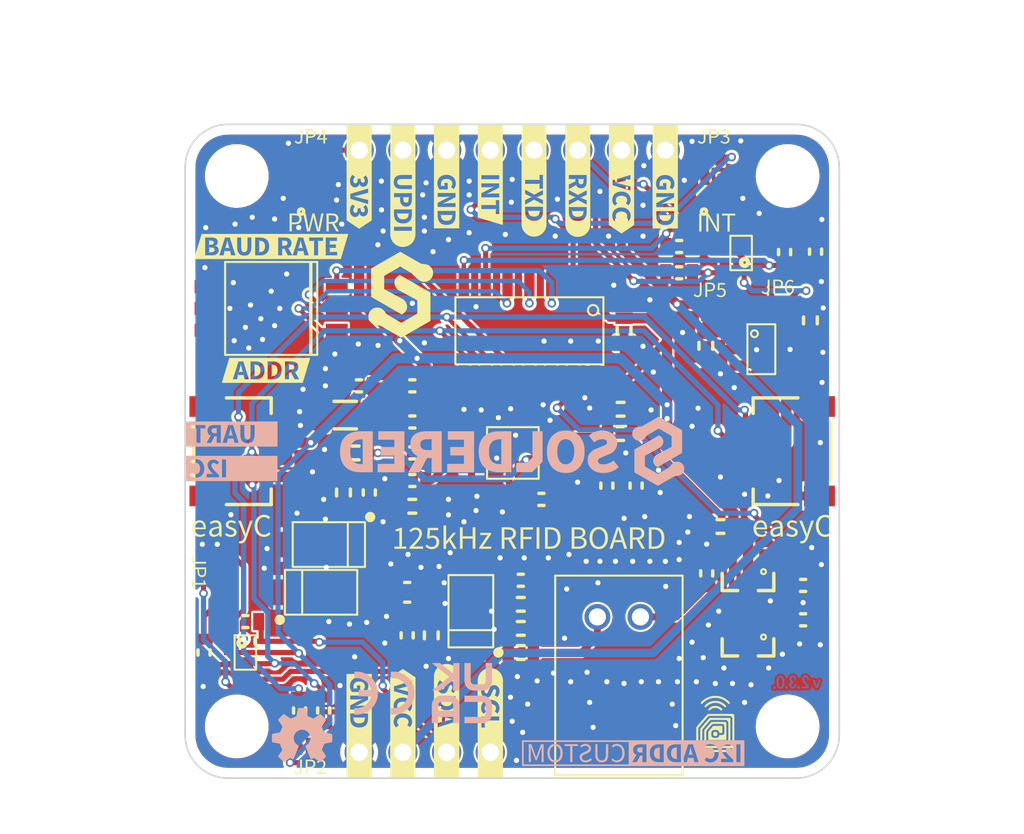
<source format=kicad_pcb>
(kicad_pcb (version 20211014) (generator pcbnew)
  (title_block (title "125kHz RFID I2C board with easyC") (date "2024-10-03") (rev "V2.3.1.") (company "Soldered") (comment 1 "333273"))
  (layers (0 "F.Cu" signal) (31 "B.Cu" signal) (34 "B.Paste" user) (35 "F.Paste" user) (36 "B.SilkS" user "B.Silkscreen") (37 "F.SilkS" user "F.Silkscreen") (38 "B.Mask" user) (39 "F.Mask" user) (44 "Edge.Cuts" user))
  (net 0 "")
  (net 1 "5V")
  (net 2 "GND")
  (net 3 "Net-(C3-Pad2)")
  (net 4 "Net-(C6-Pad2)")
  (net 5 "Net-(C7-Pad2)")
  (net 6 "Net-(C9-Pad2)")
  (net 7 "OUT1")
  (net 8 "3V3")
  (net 9 "Net-(D1-Pad1)")
  (net 10 "Net-(D4-Pad1)")
  (net 11 "Net-(D5-Pad1)")
  (net 12 "SCL_PULL5")
  (net 13 "SDA_PULL5")
  (net 14 "SCL_PULL3,3")
  (net 15 "SDA_PULL3,3")
  (net 16 "Net-(JP3-Pad2)")
  (net 17 "Net-(JP4-Pad2)")
  (net 18 "Net-(K1-Pad2)")
  (net 19 "UPDI")
  (net 20 "SCL")
  (net 21 "SDA")
  (net 22 "RXD")
  (net 23 "TXD")
  (net 24 "SDA5")
  (net 25 "SCL5")
  (net 26 "Net-(C11-Pad2)")
  (net 27 "Net-(Q1-Pad1)")
  (net 28 "Net-(Q1-Pad2)")
  (net 29 "RXD5")
  (net 30 "PA3")
  (net 31 "REF")
  (net 32 "Net-(R11-Pad2)")
  (net 33 "Net-(R14-Pad2)")
  (net 34 "PA1")
  (net 35 "PA5")
  (net 36 "PA6")
  (net 37 "PA7")
  (net 40 "TXD5")
  (net 41 "Net-(Q2-Pad1)")
  (net 42 "INT")
  (footprint "Soldered Graphics:Logo-Back-CE-3.5mm" (layer "F.Cu") (at 91.58 145.06)
    (fp_text reference "REF**" hide)
    (fp_text value "Logo-Back-CE-3.5mm" hide)
  )
  (footprint "e-radionica.com footprinti:0603R" (layer "F.Cu") (at 115.9 140.8 180)
    (fp_text reference "R2")
    (fp_text value "1k")
  )
  (footprint "e-radionica.com footprinti:0603C" (layer "F.Cu") (at 99.5 139.9)
    (fp_text reference "C3")
    (fp_text value "GRM1885C1H332JA01J")
  )
  (footprint "e-radionica.com footprinti:HOLE_3.2mm" (layer "F.Cu") (at 115 115)
    (fp_text reference "H4" hide)
    (fp_text value "HOLE_3.2mm" hide)
  )
  (footprint "e-radionica.com footprinti:SOT-363" (layer "F.Cu") (at 83.5 142.7)
    (fp_text reference "U2")
    (fp_text value "NMOS-DUAL")
  )
  (footprint "kibuzzard-64004B65" (layer "F.Cu") (at 110.7 112.7)
    (fp_text reference "kibuzzard-64004B65" hide)
    (fp_text value "G***" hide)
  )
  (footprint "e-radionica.com footprinti:0402R" (layer "F.Cu") (at 110.7 115.2)
    (fp_text reference "R16")
    (fp_text value "2k2")
  )
  (footprint "e-radionica.com footprinti:0603R" (layer "F.Cu") (at 90.7 133.4 -90)
    (fp_text reference "R10")
    (fp_text value "1M")
  )
  (footprint "kibuzzard-64004AA4" (layer "F.Cu") (at 90.11 146.99 -90)
    (fp_text reference "kibuzzard-64004AA4" hide)
    (fp_text value "G***" hide)
  )
  (footprint "e-radionica.com footprinti:HOLE_3.2mm" (layer "F.Cu") (at 83 147)
    (fp_text reference "H1" hide)
    (fp_text value "HOLE_3.2mm" hide)
  )
  (footprint "e-radionica.com footprinti:easyC-connector" (layer "F.Cu") (at 83.3 131 90)
    (fp_text reference "K5")
    (fp_text value "easyC-SMD")
  )
  (footprint "e-radionica.com footprinti:0603R" (layer "F.Cu") (at 93.2 132.7)
    (fp_text reference "R12")
    (fp_text value "100k")
  )
  (footprint "kibuzzard-64004EBC" (layer "F.Cu") (at 110.91 117.71)
    (fp_text reference "kibuzzard-64004EBC" hide)
    (fp_text value "G***" hide)
  )
  (footprint "e-radionica.com footprinti:HEADER-UPDI" (layer "F.Cu") (at 92.65 113.5)
    (fp_text reference "K2")
    (fp_text value "HEADER-UPDI")
  )
  (footprint "kibuzzard-64004A7A" (layer "F.Cu") (at 97.73 146.825 -90)
    (fp_text reference "kibuzzard-64004A7A" hide)
    (fp_text value "G***" hide)
  )
  (footprint "e-radionica.com footprinti:0603R" (layer "F.Cu") (at 115.9 138.8 180)
    (fp_text reference "R1")
    (fp_text value "1k")
  )
  (footprint "e-radionica.com footprinti:0603R" (layer "F.Cu") (at 93.2 131.1)
    (fp_text reference "R11")
    (fp_text value "220R")
  )
  (footprint "Soldered Graphics:Logo-Front-Soldered-5mm" (layer "F.Cu") (at 92.53 121.9)
    (fp_text reference "G***" hide)
    (fp_text value "LOGO" hide)
  )
  (footprint "e-radionica.com footprinti:HOLE_3.2mm" (layer "F.Cu") (at 115 147)
    (fp_text reference "H2" hide)
    (fp_text value "HOLE_3.2mm" hide)
  )
  (footprint "e-radionica.com footprinti:1206C" (layer "F.Cu") (at 89.3 128.9 180)
    (fp_text reference "C16")
    (fp_text value "10u")
  )
  (footprint "e-radionica.com footprinti:0603R" (layer "F.Cu") (at 81.1 142.7 -90)
    (fp_text reference "R4")
    (fp_text value "10k")
  )
  (footprint "kibuzzard-64004D5C" (layer "F.Cu") (at 105.35 115.15 -90)
    (fp_text reference "kibuzzard-64004D5C" hide)
    (fp_text value "G***" hide)
  )
  (footprint "e-radionica.com footprinti:0603R" (layer "F.Cu") (at 90.1 127.2)
    (fp_text reference "R19")
    (fp_text value "1k")
  )
  (footprint "kibuzzard-64004D75" (layer "F.Cu") (at 100.27 115.24 -90)
    (fp_text reference "kibuzzard-64004D75" hide)
    (fp_text value "G***" hide)
  )
  (footprint "kibuzzard-64004B92" (layer "F.Cu") (at 87.5 117.7)
    (fp_text reference "kibuzzard-64004B92" hide)
    (fp_text value "G***" hide)
  )
  (footprint "kibuzzard-64004D4D" (layer "F.Cu") (at 107.89 115.01 -90)
    (fp_text reference "kibuzzard-64004D4D" hide)
    (fp_text value "G***" hide)
  )
  (footprint "e-radionica.com footprinti:SMD_JUMPER_3_PAD_TRACE" (layer "F.Cu") (at 82 138 90)
    (fp_text reference "JP1")
    (fp_text value "SMD_JUMPER_3_PAD_TRACE")
  )
  (footprint "e-radionica.com footprinti:M4_DIODA" (layer "F.Cu") (at 88.35 136.425)
    (fp_text reference "D2")
    (fp_text value "M4_DIODA")
  )
  (footprint "e-radionica.com footprinti:0603R" (layer "F.Cu") (at 106.2 133 90)
    (fp_text reference "R17")
    (fp_text value "1k")
  )
  (footprint "e-radionica.com footprinti:SOT-23-3" (layer "F.Cu") (at 112.7 138.4 90)
    (fp_text reference "Q2")
    (fp_text value "SI2302DS")
  )
  (footprint "e-radionica.com footprinti:0402LED" (layer "F.Cu") (at 110.7 116.4)
    (fp_text reference "D4")
    (fp_text value "blue")
  )
  (footprint "e-radionica.com footprinti:easyC-connector" (layer "F.Cu") (at 114.7 131 -90)
    (fp_text reference "K3")
    (fp_text value "easyC-SMD")
  )
  (footprint "e-radionica.com footprinti:S2B-XH-A(LF)(SN)" (layer "F.Cu") (at 105.2 144.03)
    (fp_text reference "K1")
    (fp_text value "S2B-XH-A(LF)(SN)")
  )
  (footprint "kibuzzard-64B62F4D" (layer "F.Cu") (at 100 136)
    (fp_text reference "kibuzzard-64B62F4D" hide)
    (fp_text value "G***" hide)
  )
  (footprint "kibuzzard-64004B51" (layer "F.Cu") (at 110.475 121.62)
    (fp_text reference "kibuzzard-64004B51" hide)
    (fp_text value "G***" hide)
  )
  (footprint "e-radionica.com footprinti:0603C" (layer "F.Cu") (at 89.2 133.4 -90)
    (fp_text reference "C8")
    (fp_text value "C0603C102K5RACTU")
  )
  (footprint "e-radionica.com footprinti:SMD-JUMPER-CONNECTED_TRACE_SOLDERMASK" (layer "F.Cu") (at 110.475 122.825 90)
    (fp_text reference "JP5")
    (fp_text value "SMD-JUMPER-CONNECTED_TRACE_SOLDERMASK")
  )
  (footprint "Soldered Graphics:Symbol-Front-RFID" (layer "F.Cu") (at 110.8 146.85)
    (fp_text reference "G***" hide)
    (fp_text value "LOGO" hide)
  )
  (footprint "kibuzzard-64004D9E" (layer "F.Cu") (at 92.65 115.54 -90)
    (fp_text reference "kibuzzard-64004D9E" hide)
    (fp_text value "G***" hide)
  )
  (footprint "e-radionica.com footprinti:0603C" (layer "F.Cu") (at 93.2 134.2)
    (fp_text reference "C9")
    (fp_text value "100n")
  )
  (footprint "kibuzzard-64004A90" (layer "F.Cu") (at 92.65 146.85 -90)
    (fp_text reference "kibuzzard-64004A90" hide)
    (fp_text value "G***" hide)
  )
  (footprint "kibuzzard-64004B80" (layer "F.Cu") (at 87.3 112.7)
    (fp_text reference "kibuzzard-64004B80" hide)
    (fp_text value "G***" hide)
  )
  (footprint "e-radionica.com footprinti:0603C" (layer "F.Cu") (at 105.3 128.56 180)
    (fp_text reference "C10")
    (fp_text value "100n")
  )
  (footprint "e-radionica.com footprinti:HOLE_3.2mm" (layer "F.Cu") (at 83 115)
    (fp_text reference "H3" hide)
    (fp_text value "HOLE_3.2mm" hide)
  )
  (footprint "e-radionica.com footprinti:0603C" (layer "F.Cu") (at 111.1 135.375 180)
    (fp_text reference "C2")
    (fp_text value "100n")
  )
  (footprint "e-radionica.com footprinti:0603R" (layer "F.Cu") (at 104.5 133 90)
    (fp_text reference "R15")
    (fp_text value "10k")
  )
  (footprint "kibuzzard-64004D85" (layer "F.Cu") (at 97.73 114.91 -90)
    (fp_text reference "kibuzzard-64004D85" hide)
    (fp_text value "G***" hide)
  )
  (footprint "e-radionica.com footprinti:0603R" (layer "F.Cu") (at 114.825 119.425 -90)
    (fp_text reference "R21")
    (fp_text value "10k")
  )
  (footprint "e-radionica.com footprinti:0603R" (layer "F.Cu") (at 83.5 140.9 180)
    (fp_text reference "R6")
    (fp_text value "10k")
  )
  (footprint "e-radionica.com footprinti:0402R" (layer "F.Cu") (at 87.3 115.2)
    (fp_text reference "R20")
    (fp_text value "2k2")
  )
  (footprint "Soldered Graphics:Logo-Front-easyC-NewFont" (layer "F.Cu") (at 82.7 135.5)
    (fp_text reference "G***" hide)
    (fp_text value "LOGO" hide)
  )
  (footprint "e-radionica.com footprinti:0805C" (layer "F.Cu") (at 92.9 139.2 180)
    (fp_text reference "C7")
    (fp_text value "CL21A475KBQNNNE")
  )
  (footprint "kibuzzard-64004BB9" (layer "F.Cu") (at 84.7 126.3)
    (fp_text reference "kibuzzard-64004BB9" hide)
    (fp_text value "G***" hide)
  )
  (footprint "e-radionica.com footprinti:M4_DIODA" (layer "F.Cu") (at 87.9 139.2 180)
    (fp_text reference "D3")
    (fp_text value "M4_DIODA")
  )
  (footprint "e-radionica.com footprinti:0603C" (layer "F.Cu") (at 105.5 124 -90)
    (fp_text reference "C1")
    (fp_text value "100n")
  )
  (footprint "e-radionica.com footprinti:SMD_JUMPER_3_PAD_TRACE" (layer "F.Cu") (at 87.26 148.15 180)
    (fp_text reference "JP2")
    (fp_text value "SMD_JUMPER_3_PAD_TRACE")
  )
  (footprint "e-radionica.com footprinti:SMD_JUMPER" (layer "F.Cu") (at 114.425 122.645)
    (fp_text reference "JP6")
    (fp_text value "SMD_JUMPER")
  )
  (footprint "e-radionica.com footprinti:SMD-JUMPER-CONNECTED_TRACE_SLODERMASK" (layer "F.Cu") (at 87.3 113.9 180)
    (fp_text reference "JP4")
    (fp_text value "SMD-JUMPER-CONNECTED_TRACE_SLODERMASK")
  )
  (footprint "kibuzzard-64004B59" (layer "F.Cu") (at 114.425 121.445)
    (fp_text reference "kibuzzard-64004B59" hide)
    (fp_text value "G***" hide)
  )
  (footprint "Soldered Graphics:Logo-Back-UKCA-3.5mm" (layer "F.Cu") (at 96.08 145.06)
    (fp_text reference "REF**" hide)
    (fp_text value "Logo-Back-UKCA-3.5mm" hide)
  )
  (footprint "e-radionica.com footprinti:SMD-JUMPER-CONNECTED_TRACE_SLODERMASK" (layer "F.Cu") (at 110.7 113.9 180)
    (fp_text reference "JP3")
    (fp_text value "SMD-JUMPER-CONNECTED_TRACE_SLODERMASK")
  )
  (footprint "e-radionica.com footprinti:0603C" (layer "F.Cu") (at 116.325 123.395 -90)
    (fp_text reference "C13")
    (fp_text value "2u2")
  )
  (footprint "e-radionica.com footprinti:M4_DIODA" (layer "F.Cu") (at 96.6 140.3 -90)
    (fp_text reference "D1")
    (fp_text value "M4_DIODA")
  )
  (footprint "kibuzzard-64004D93" (layer "F.Cu") (at 95.19 115 -90)
    (fp_text reference "kibuzzard-64004D93" hide)
    (fp_text value "G***" hide)
  )
  (footprint "e-radionica.com footprinti:0603R" (layer "F.Cu") (at 86.65 146.07 90)
    (fp_text reference "R3")
    (fp_text value "10k")
  )
  (footprint "e-radionica.com footprinti:FIDUCIAL_23" (layer "F.Cu") (at 106 147)
    (fp_text reference "FD1")
    (fp_text value "FIDUCIAL")
  )
  (footprint "e-radionica.com footprinti:0603C" (layer "F.Cu") (at 89.9 131.1 180)
    (fp_text reference "C15")
    (fp_text value "100n")
  )
  (footprint "e-radionica.com footprinti:0603R" (layer "F.Cu") (at 116.625 119.4 90)
    (fp_text reference "R22")
    (fp_text value "10k")
  )
  (footprint "e-radionica.com footprinti:SOT-363" (layer "F.Cu") (at 112.3 119.475 180)
    (fp_text reference "U6")
    (fp_text value "NMOS-DUAL")
  )
  (footprint "e-radionica.com footprinti:0603C" (layer "F.Cu") (at 110.25 124.87 90)
    (fp_text reference "C11")
    (fp_text value "2u2")
  )
  (footprint "Soldered Graphics:Logo-Front-easyC-NewFont" (layer "F.Cu") (at 115.3 135.5)
    (fp_text reference "G***" hide)
    (fp_text value "LOGO" hide)
  )
  (footprint "e-radionica.com footprinti:DSHP03TS-S" (layer "F.Cu") (at 85 122.7 180)
    (fp_text reference "K7")
    (fp_text value "DSHP03TS-S")
  )
  (footprint "e-radionica.com footprinti:0603R" (layer "F.Cu") (at 88.05 146.07 -90)
    (fp_text reference "R7")
    (fp_text value "10k")
  )
  (footprint "e-radionica.com footprinti:0402LED" (layer "F.Cu") (at 87.3 116.4)
    (fp_text reference "D5")
    (fp_text value "blue")
  )
  (footprint "e-radionica.com footprinti:0603R" (layer "F.Cu") (at 92.9 141.7 90)
    (fp_text reference "R9")
    (fp_text value "1M")
  )
  (footprint "kibuzzard-64004A81" (layer "F.Cu") (at 95.19 146.7 -90)
    (fp_text reference "kibuzzard-64004A81" hide)
    (fp_text value "G***" hide)
  )
  (footprint "e-radionica.com footprinti:MSOP-8" (layer "F.Cu") (at 99.04 131.1 -90)
    (fp_text reference "U3")
    (fp_text value "SGM358YMS/TR")
  )
  (footprint "e-radionica.com footprinti:0603C" (layer "F.Cu") (at 99.5 141.3)
    (fp_text reference "C4")
    (fp_text value "GRM1885C1H101JA01D")
  )
  (footprint "e-radionica.com footprinti:0603R" (layer "F.Cu") (at 108.7 120.625 180)
    (fp_text reference "R23")
    (fp_text value "10k")
  )
  (footprint "e-radionica.com footprinti:0603R" (layer "F.Cu") (at 108.7 119.1)
    (fp_text reference "R24")
    (fp_text value "10k")
  )
  (footprint "kibuzzard-64004AB6" (layer "F.Cu") (at 87.26 149.35)
    (fp_text reference "kibuzzard-64004AB6" hide)
    (fp_text value "G***" hide)
  )
  (footprint "Soldered Graphics:Logo-Back-SolderedFULL-20mm" (layer "F.Cu") (at 99 131)
    (fp_text reference "REF**" hide)
    (fp_text value "Logo-Front-SolderedFULL-20mm" hide)
  )
  (footprint "e-radionica.com footprinti:SOT-23-5" (layer "F.Cu") (at 113.475 125.07)
    (fp_text reference "U4")
    (fp_text value "SE5218")
  )
  (footprint "kibuzzard-64004D69" (layer "F.Cu") (at 102.81 115.25 -90)
    (fp_text reference "kibuzzard-64004D69" hide)
    (fp_text value "G***" hide)
  )
  (footprint "e-radionica.com footprinti:SOT-23-3" (layer "F.Cu") (at 112.7 142.2 90)
    (fp_text reference "Q1")
    (fp_text value "SI2301DS")
  )
  (footprint "e-radionica.com footprinti:0603R" (layer "F.Cu") (at 100.7 133.8)
    (fp_text reference "R14")
    (fp_text value "4k7")
  )
  (footprint "kibuzzard-64004AC9" (layer "F.Cu") (at 80.8 138 -90)
    (fp_text reference "kibuzzard-64004AC9" hide)
    (fp_text value "G***" hide)
  )
  (footprint "e-radionica.com footprinti:0603C" (layer "F.Cu") (at 94.3 141.7 90)
    (fp_text reference "C6")
    (fp_text value "C0603C102K5RACTU")
  )
  (footprint "e-radionica.com footprinti:0603R" (layer "F.Cu") (at 93.2 127.2)
    (fp_text reference "R18")
    (fp_text value "1k")
  )
  (footprint "Soldered Graphics:Logo-Back-OSH-3.5mm" (layer "F.Cu") (at 86.8 147.5)
    (fp_text reference "G***" hide)
    (fp_text value "LOGO" hide)
  )
  (footprint "e-radionica.com footprinti:0603C" (layer "F.Cu") (at 105.27 129.97)
    (fp_text reference "C12")
    (fp_text value "100n")
  )
  (footprint "kibuzzard-64004DB0" (layer "F.Cu") (at 90.11 115.01 -90)
    (fp_text reference "kibuzzard-64004DB0" hide)
    (fp_text value "G***" hide)
  )
  (footprint "e-radionica.com footprinti:0603C" (layer "F.Cu") (at 99.5 142.7)
    (fp_text reference "C5")
    (fp_text value "DNP")
  )
  (footprint "e-radionica.com footprinti:0603R" (layer "F.Cu") (at 99.5 138.5 180)
    (fp_text reference "R8")
    (fp_text value "10R")
  )
  (footprint "kibuzzard-64004BB0" (layer "F.Cu") (at 85 119.1)
    (fp_text reference "kibuzzard-64004BB0" hide)
    (fp_text value "G***" hide)
  )
  (footprint "e-radionica.com footprinti:0603R" (layer "F.Cu") (at 110.3 138.1 -90)
    (fp_text reference "R5")
    (fp_text value "10R")
  )
  (footprint "e-radionica.com footprinti:0603R" (layer "F.Cu") (at 93.2 129.3)
    (fp_text reference "R13")
    (fp_text value "1M")
  )
  (footprint "e-radionica.com footprinti:SOIC-14" (layer "F.Cu") (at 100 124 -90)
    (fp_text reference "U1")
    (fp_text value "ATTINY1604-SSNR")
  )
  (footprint "kibuzzard-64B647F4" (layer "B.Cu") (at 82.7 130 180)
    (fp_text reference "kibuzzard-64B647F4" hide)
    (fp_text value "G***" hide)
  )
  (footprint "e-radionica.com footprinti:HEADER_MALE_5X1" (layer "B.Cu") (at 102.81 113.5 180)
    (fp_text reference "K4")
    (fp_text value "HEADER_MALE_5X1")
  )
  (footprint "e-radionica.com footprinti:HEADER_MALE_4X1" (layer "B.Cu") (at 93.92 148.5)
    (fp_text reference "K6")
    (fp_text value "HEADER_MALE_4X1")
  )
  (footprint "Soldered Graphics:Version2.3.0." (layer "B.Cu") (at 115.5 144.5 180)
    (fp_text reference "REF**" hide)
    (fp_text value "Version2.3.0." hide)
  )
  (footprint "Soldered Graphics:Symbol-Front_I2C_ADDR_CUSTOM-NewFont" (layer "B.Cu") (at 106.03 148.55 180)
    (fp_text reference "REF**" hide)
    (fp_text value "Symbol-Front_I2C_ADDR_CUSTOM" hide)
  )
  (footprint "kibuzzard-64B64859" (layer "B.Cu") (at 82.66 132 180)
    (fp_text reference "kibuzzard-64B64859" hide)
    (fp_text value "G***" hide)
  )
  (gr_arc (start 115.5 112) (mid 117.267767 112.732233) (end 118 114.5) (layer "Edge.Cuts") (width 0.1))
  (gr_line (start 115.5 150) (end 82.5 150) (layer "Edge.Cuts") (width 0.1))
  (gr_arc (start 118 147.5) (mid 117.267767 149.267767) (end 115.5 150) (layer "Edge.Cuts") (width 0.1))
  (gr_line (start 82.5 112) (end 115.5 112) (layer "Edge.Cuts") (width 0.1))
  (gr_arc (start 82.5 150) (mid 80.732233 149.267767) (end 80 147.5) (layer "Edge.Cuts") (width 0.1))
  (gr_line (start 118 114.5) (end 118 147.5) (layer "Edge.Cuts") (width 0.1))
  (gr_arc (start 80 114.5) (mid 80.732233 112.732233) (end 82.5 112) (layer "Edge.Cuts") (width 0.1))
  (gr_line (start 80 147.5) (end 80 114.5) (layer "Edge.Cuts") (width 0.1))
  (segment (start 82.35 144.4) (end 82.8 144.85) (width 0.3) (layer "F.Cu") (net 1))
  (segment (start 115.75 121.05) (end 114.425 121.05) (width 0.3) (layer "F.Cu") (net 1))
  (segment (start 108.575 122.45) (end 108.6 122.475) (width 0.5) (layer "F.Cu") (net 1))
  (segment (start 107.925 121.7) (end 107.8875 121.7375) (width 0.3) (layer "F.Cu") (net 1))
  (segment (start 85.299511 146.149511) (end 91.549511 146.149511) (width 0.3) (layer "F.Cu") (net 1))
  (segment (start 81.250978 138) (end 82 138) (width 0.3) (layer "F.Cu") (net 1))
  (segment (start 84 144.85) (end 85.299511 146.149511) (width 0.3) (layer "F.Cu") (net 1))
  (segment (start 105.35 113.5) (end 105.35 119.2) (width 0.5) (layer "F.Cu") (net 1))
  (segment (start 114.425 121.05) (end 114.075 121.4) (width 0.3) (layer "F.Cu") (net 1))
  (segment (start 108.6 122.475) (end 110.475 122.475) (width 0.5) (layer "F.Cu") (net 1))
  (segment (start 92.65 147.25) (end 92.65 148.5) (width 0.3) (layer "F.Cu") (net 1))
  (segment (start 81.07 138.180978) (end 81.250978 138) (width 0.3) (layer "F.Cu") (net 1))
  (segment (start 91.549511 146.149511) (end 92.65 147.25) (width 0.3) (layer "F.Cu") (net 1))
  (segment (start 107.925 120.625) (end 107.925 121.7) (width 0.3) (layer "F.Cu") (net 1))
  (segment (start 105.35 119.2) (end 107.8875 121.7375) (width 0.5) (layer "F.Cu") (net 1))
  (segment (start 108.575 122.425) (end 108.575 122.45) (width 0.5) (layer "F.Cu") (net 1))
  (segment (start 116.625 120.175) (end 115.75 121.05) (width 0.3) (layer "F.Cu") (net 1))
  (segment (start 113.905 122.475) (end 114.075 122.645) (width 0.5) (layer "F.Cu") (net 1))
  (segment (start 82.8 144.85) (end 84 144.85) (width 0.3) (layer "F.Cu") (net 1))
  (segment (start 81.07 139.26) (end 81.07 138.180978) (width 0.3) (layer "F.Cu") (net 1))
  (segment (start 110.475 122.475) (end 113.905 122.475) (width 0.5) (layer "F.Cu") (net 1))
  (segment (start 114.075 121.4) (end 114.075 122.645) (width 0.3) (layer "F.Cu") (net 1))
  (segment (start 107.8875 121.7375) (end 108.575 122.425) (width 0.5) (layer "F.Cu") (net 1))
  (via (at 81.07 139.26) (size 0.5) (drill 0.3) (layers "F.Cu" "B.Cu") (net 1))
  (via (at 108.575 122.45) (size 0.5) (drill 0.3) (layers "F.Cu" "B.Cu") (net 1))
  (via (at 82.35 144.4) (size 0.5) (drill 0.3) (layers "F.Cu" "B.Cu") (net 1))
  (segment (start 115.6 134.3) (end 107.175 142.725) (width 0.5) (layer "B.Cu") (net 1))
  (segment (start 115.6 129.475) (end 115.6 134.3) (width 0.5) (layer "B.Cu") (net 1))
  (segment (start 107.175 142.725) (end 98.425 142.725) (width 0.5) (layer "B.Cu") (net 1))
  (segment (start 81.07 139.26) (end 81.07 141.945) (width 0.3) (layer "B.Cu") (net 1))
  (segment (start 81.07 141.945) (end 82.35 143.225) (width 0.3) (layer "B.Cu") (net 1))
  (segment (start 82.35 143.225) (end 82.35 144.4) (width 0.3) (layer "B.Cu") (net 1))
  (segment (start 108.575 122.45) (end 115.6 129.475) (width 0.5) (layer "B.Cu") (net 1))
  (segment (start 98.425 142.725) (end 92.65 148.5) (width 0.5) (layer "B.Cu") (net 1))
  (via (at 107.5 132.1) (size 0.5) (drill 0.3) (layers "F.Cu" "B.Cu") (net 2))
  (via (at 88.15 126.2) (size 0.5) (drill 0.3) (layers "F.Cu" "B.Cu") (net 2))
  (via (at 96.2 135.1) (size 0.5) (drill 0.3) (layers "F.Cu" "B.Cu") (net 2))
  (via (at 100.8 128.3) (size 0.5) (drill 0.3) (layers "F.Cu" "B.Cu") (net 2))
  (via (at 95.05 138.65) (size 0.5) (drill 0.3) (layers "F.Cu" "B.Cu") (net 2))
  (via (at 106 137.4) (size 0.5) (drill 0.3) (layers "F.Cu" "B.Cu") (net 2))
  (via (at 115.9 139.8) (size 0.5) (drill 0.3) (layers "F.Cu" "B.Cu") (net 2))
  (via (at 82.6 122.7) (size 0.5) (drill 0.3) (layers "F.Cu" "B.Cu") (net 2))
  (via (at 106.6 124.9) (size 0.5) (drill 0.3) (layers "F.Cu" "B.Cu") (net 2))
  (via (at 106.6 118.5) (size 0.5) (drill 0.3) (layers "F.Cu" "B.Cu") (net 2))
  (via (at 108.6 144.4) (size 0.5) (drill 0.3) (layers "F.Cu" "B.Cu") (net 2))
  (via (at 109 115.25) (size 0.5) (drill 0.3) (layers "F.Cu" "B.Cu") (net 2))
  (via (at 105.5 134.9) (size 0.5) (drill 0.3) (layers "F.Cu" "B.Cu") (net 2))
  (via (at 97.2 128.6) (size 0.5) (drill 0.3) (layers "F.Cu" "B.Cu") (net 2))
  (via (at 91.95 137.55) (size 0.5) (drill 0.3) (layers "F.Cu" "B.Cu") (net 2))
  (via (at 102.4 144.4) (size 0.5) (drill 0.3) (layers "F.Cu" "B.Cu") (net 2))
  (via (at 93.9 124.7) (size 0.5) (drill 0.3) (layers "F.Cu" "B.Cu") (net 2))
  (via (at 89.55 141.05) (size 0.5) (drill 0.3) (layers "F.Cu" "B.Cu") (net 2))
  (via (at 94 115.4) (size 0.5) (drill 0.3) (layers "F.Cu" "B.Cu") (net 2))
  (via (at 88.7 125.35) (size 0.5) (drill 0.3) (layers "F.Cu" "B.Cu") (net 2))
  (via (at 89.1 117.8) (size 0.5) (drill 0.3) (layers "F.Cu" "B.Cu") (net 2))
  (via (at 109.7 144.4) (size 0.5) (drill 0.3) (layers "F.Cu" "B.Cu") (net 2))
  (via (at 88.9 115.5) (size 0.5) (drill 0.3) (layers "F.Cu" "B.Cu") (net 2))
  (via (at 110.1 143) (size 0.5) (drill 0.3) (layers "F.Cu" "B.Cu") (net 2))
  (via (at 99.7 137.2) (size 0.5) (drill 0.3) (layers "F.Cu" "B.Cu") (net 2))
  (via (at 84.6 137.8) (size 0.5) (drill 0.3) (layers "F.Cu" "B.Cu") (net 2))
  (via (at 108.7 136.3) (size 0.5) (drill 0.3) (layers "F.Cu" "B.Cu") (net 2))
  (via (at 113.35 117.175) (size 0.5) (drill 0.3) (layers "F.Cu" "B.Cu") (net 2))
  (via (at 111.1 126.5) (size 0.5) (drill 0.3) (layers "F.Cu" "B.Cu") (net 2))
  (via (at 95.4 136.9) (size 0.5) (drill 0.3) (layers "F.Cu" "B.Cu") (net 2))
  (via (at 90.06 124.77) (size 0.5) (drill 0.3) (layers "F.Cu" "B.Cu") (net 2))
  (via (at 81.2 118) (size 0.5) (drill 0.3) (layers "F.Cu" "B.Cu") (net 2))
  (via (at 102.4 124.6) (size 0.5) (drill 0.3) (layers "F.Cu" "B.Cu") (net 2))
  (via (at 107.2 126.4) (size 0.5) (drill 0.3) (layers "F.Cu" "B.Cu") (net 2))
  (via (at 94.75 137.7) (size 0.5) (drill 0.3) (layers "F.Cu" "B.Cu") (net 2))
  (via (at 114.7 142.8) (size 0.5) (drill 0.3) (layers "F.Cu" "B.Cu") (net 2))
  (via (at 111 140.3) (size 0.5) (drill 0.3) (layers "F.Cu" "B.Cu") (net 2))
  (via (at 88.35 140.9) (size 0.5) (drill 0.3) (layers "F.Cu" "B.Cu") (net 2))
  (via (at 81.05 144.675) (size 0.5) (drill 0.3) (layers "F.Cu" "B.Cu") (net 2))
  (via (at 116.96 121.14) (size 0.5) (drill 0.3) (layers "F.Cu" "B.Cu") (net 2))
  (via (at 98.3 137.2) (size 0.5) (drill 0.3) (layers "F.Cu" "B.Cu") (net 2))
  (via (at 93.7 137.75) (size 0.5) (drill 0.3) (layers "F.Cu" "B.Cu") (net 2))
  (via (at 112.28 112.96) (size 0.5) (drill 0.3) (layers "F.Cu" "B.Cu") (net 2))
  (via (at 91.5 118.2) (size 0.5) (drill 0.3) (layers "F.Cu" "B.Cu") (net 2))
  (via (at 112.4 116.3) (size 0.5) (drill 0.3) (layers "F.Cu" "B.Cu") (net 2))
  (via (at 107 122.2) (size 0.5) (drill 0.3) (layers "F.Cu" "B.Cu") (net 2))
  (via (at 95.3 134.7) (size 0.5) (drill 0.3) (layers "F.Cu" "B.Cu") (net 2))
  (via (at 103.3 137.4) (size 0.5) (drill 0.3) (layers "F.Cu" "B.Cu") (net 2))
  (via (at 97.8 140.3) (size 0.5) (drill 0.3) (layers "F.Cu" "B.Cu") (net 2))
  (via (at 86.5 134.6) (size 0.5) (drill 0.3) (layers "F.Cu" "B.Cu") (net 2))
  (via (at 87.4 132.2) (size 0.5) (drill 0.3) (layers "F.Cu" "B.Cu") (net 2))
  (via (at 109.3 134.8) (size 0.5) (drill 0.3) (layers "F.Cu" "B.Cu") (net 2))
  (via (at 96.5 115.3) (size 0.5) (drill 0.3) (layers "F.Cu" "B.Cu") (net 2))
  (via (at 83.9 117.4) (size 0.5) (drill 0.3) (layers "F.Cu" "B.Cu") (net 2))
  (via (at 98.9 145.3) (size 0.5) (drill 0.3) (layers "F.Cu" "B.Cu") (net 2))
  (via (at 117 127) (size 0.5) (drill 0.3) (layers "F.Cu" "B.Cu") (net 2))
  (via (at 96.5 118.3) (size 0.5) (drill 0.3) (layers "F.Cu" "B.Cu") (net 2))
  (via (at 109.2 135.7) (size 0.5) (drill 0.3) (layers "F.Cu" "B.Cu") (net 2))
  (via (at 95.1 139.85) (size 0.5) (drill 0.3) (layers "F.Cu" "B.Cu") (net 2))
  (via (at 95.3 143.05) (size 0.5) (drill 0.3) (layers "F.Cu" "B.Cu") (net 2))
  (via (at 81 136.41) (size 0.5) (drill 0.3) (layers "F.Cu" "B.Cu") (net 2))
  (via (at 82.8 121.2) (size 0.5) (drill 0.3) (layers "F.Cu" "B.Cu") (net 2))
  (via (at 106.5 144.4) (size 0.5) (drill 0.3) (layers "F.Cu" "B.Cu") (net 2))
  (via (at 84.76 136.66) (size 0.5) (drill 0.3) (layers "F.Cu" "B.Cu") (net 2))
  (via (at 106.7 134.8) (size 0.5) (drill 0.3) (layers "F.Cu" "B.Cu") (net 2))
  (via (at 105.6 131.1) (size 0.5) (drill 0.3) (layers "F.Cu" "B.Cu") (net 2))
  (via (at 84.4 123.3) (size 0.5) (drill 0.3) (layers "F.Cu" "B.Cu") (net 2))
  (via (at 109.45 142.1) (size 0.5) (drill 0.3) (layers "F.Cu" "B.Cu") (net 2))
  (via (at 86.6 118) (size 0.5) (drill 0.3) (layers "F.Cu" "B.Cu") (net 2))
  (via (at 102.8 132.8) (size 0.5) (drill 0.3) (layers "F.Cu" "B.Cu") (net 2))
  (via (at 88.05 133.8) (size 0.5) (drill 0.3) (layers "F.Cu" "B.Cu") (net 2))
  (via (at 91.6 132.6) (size 0.5) (drill 0.3) (layers "F.Cu" "B.Cu") (net 2))
  (via (at 100.85 124.6) (size 0.5) (drill 0.3) (layers "F.Cu" "B.Cu") (net 2))
  (via (at 83.5 123.8) (size 0.5) (drill 0.3) (layers "F.Cu" "B.Cu") (net 2))
  (via (at 104 124.6) (size 0.5) (drill 0.3) (layers "F.Cu" "B.Cu") (net 2))
  (via (at 102.04 141.87) (size 0.5) (drill 0.3) (layers "F.Cu" "B.Cu") (net 2))
  (via (at 89.85 142.95) (size 0.5) (drill 0.3) (layers "F.Cu" "B.Cu") (net 2))
  (via (at 91.2 119) (size 0.5) (drill 0.3) (layers "F.Cu" "B.Cu") (net 2))
  (via (at 116.99 117.53) (size 0.5) (drill 0.3) (layers "F.Cu" "B.Cu") (net 2))
  (via (at 89 144.62) (size 0.5) (drill 0.3) (layers "F.Cu" "B.Cu") (net 2))
  (via (at 104.1 115.9) (size 0.5) (drill 0.3) (layers "F.Cu" "B.Cu") (net 2))
  (via (at 88.1 130.9) (size 0.5) (drill 0.3) (layers "F.Cu" "B.Cu") (net 2))
  (via (at 85.2 117.5) (size 0.5) (drill 0.3) (layers "F.Cu" "B.Cu") (net 2))
  (via (at 91.5 135.1) (size 0.5) (drill 0.3) (layers "F.Cu" "B.Cu") (net 2))
  (via (at 109.45 112.99) (size 0.5) (drill 0.3) (layers "F.Cu" "B.Cu") (net 2))
  (via (at 95.3 133.8) (size 0.5) (drill 0.3) (layers "F.Cu" "B.Cu") (net 2))
  (via (at 99.9 145.7) (size 0.5) (drill 0.3) (layers "F.Cu" "B.Cu") (net 2))
  (via (at 96.9 122.6) (size 0.5) (drill 0.3) (layers "F.Cu" "B.Cu") (net 2))
  (via (at 104.5 144.4) (size 0.5) (drill 0.3) (layers "F.Cu" "B.Cu") (net 2))
  (via (at 107.5 144.4) (size 0.5) (drill 0.3) (layers "F.Cu" "B.Cu") (net 2))
  (via (at 103.98 138.65) (size 0.5) (drill 0.3) (layers "F.Cu" "B.Cu") (net 2))
  (via (at 104.1 137.4) (size 0.5) (drill 0.3) (layers "F.Cu" "B.Cu") (net 2))
  (via (at 84.5 124.5) (size 0.5) (drill 0.3) (layers "F.Cu" "B.Cu") (net 2))
  (via (at 96.9 134.45) (size 0.5) (drill 0.3) (layers "F.Cu" "B.Cu") (net 2))
  (via (at 88.8 116.4) (size 0.5) (drill 0.3) (layers "F.Cu" "B.Cu") (net 2))
  (via (at 107 137.4) (size 0.5) (drill 0.3) (layers "F.Cu" "B.Cu") (net 2))
  (via (at 114.5 132.7) (size 0.5) (drill 0.3) (layers "F.Cu" "B.Cu") (net 2))
  (via (at 116.9 142.25) (size 0.5) (drill 0.3) (layers "F.Cu" "B.Cu") (net 2))
  (via (at 103.35 143.85) (size 0.5) (drill 0.3) (layers "F.Cu" "B.Cu") (net 2))
  (via (at 90.55 140.95) (size 0.5) (drill 0.3) (layers "F.Cu" "B.Cu") (net 2))
  (via (at 93.2 122.4) (size 0.5) (drill 0.3) (layers "F.Cu" "B.Cu") (net 2))
  (via (at 102.3 137) (size 0.5) (drill 0.3) (layers "F.Cu" "B.Cu") (net 2))
  (via (at 91.41 116.97) (size 0.5) (drill 0.3) (layers "F.Cu" "B.Cu") (net 2))
  (via (at 101.625 116.35) (size 0.5) (drill 0.3) (layers "F.Cu" "B.Cu") (net 2))
  (via (at 99.61 147.34) (size 0.5) (drill 0.3) (layers "F.Cu" "B.Cu") (net 2))
  (via (at 85.9 120.7) (size 0.5) (drill 0.3) (layers "F.Cu" "B.Cu") (net 2))
  (via (at 92.95 137) (size 0.5) (drill 0.3) (layers "F.Cu" "B.Cu") (net 2))
  (via (at 81.15 120.325) (size 0.5) (drill 0.3) (layers "F.Cu" "B.Cu") (net 2))
  (via (at 99.3 144.1) (size 0.5) (drill 0.3) (layers "F.Cu" "B.Cu") (net 2))
  (via (at 91.4 115.3) (size 0.5) (drill 0.3) (layers "F.Cu" "B.Cu") (net 2))
  (via (at 81.87 136.41) (size 0.5) (drill 0.3) (layers "F.Cu" "B.Cu") (net 2))
  (via (at 110.3 136.4) (size 0.5) (drill 0.3) (layers "F.Cu" "B.Cu") (net 2))
  (via (at 111.9 127.3) (size 0.5) (drill 0.3) (layers "F.Cu" "B.Cu") (net 2))
  (via (at 88.2 137.75) (size 0.5) (drill 0.3) (layers "F.Cu" "B.Cu") (net 2))
  (via (at 111.1 132.5) (size 0.5) (drill 0.3) (layers "F.Cu" "B.Cu") (net 2))
  (via (at 96.95 133.62) (size 0.5) (drill 0.3) (layers "F.Cu" "B.Cu") (net 2))
  (via (at 106.65 114.4) (size 0.5) (drill 0.3) (layers "F.Cu" "B.Cu") (net 2))
  (via (at 93.9 118.2) (size 0.5) (drill 0.3) (layers "F.Cu" "B.Cu") (net 2))
  (via (at 103.5 128.49) (size 0.5) (drill 0.3) (layers "F.Cu" "B.Cu") (net 2))
  (via (at 86.85 127.4) (size 0.5) (drill 0.3) (layers "F.Cu" "B.Cu") (net 2))
  (via (at 95.3 118.7) (size 0.5) (drill 0.3) (layers "F.Cu" "B.Cu") (net 2))
  (via (at 109.45 129.55) (size 0.5) (drill 0.3) (layers "F.Cu" "B.Cu") (net 2))
  (via (at 111.8 144.5) (size 0.5) (drill 0.3) (layers "F.Cu" "B.Cu") (net 2))
  (via (at 106.6 116.7) (size 0.5) (drill 0.3) (layers "F.Cu" "B.Cu") (net 2))
  (via (at 91.6 142.15) (size 0.5) (drill 0.3) (layers "F.Cu" "B.Cu") (net 2))
  (via (at 112.875 144.575) (size 0.5) (drill 0.3) (layers "F.Cu" "B.Cu") (net 2))
  (via (at 116.4 136.6) (size 0.5) (drill 0.3) (layers "F.Cu" "B.Cu") (net 2))
  (via (at 108.7 137.3) (size 0.5) (drill 0.3) (layers "F.Cu" "B.Cu") (net 2))
  (via (at 108.9 124.1) (size 0.5) (drill 0.3) (layers "F.Cu" "B.Cu") (net 2))
  (via (at 105 137.4) (size 0.5) (drill 0.3) (layers "F.Cu" "B.Cu") (net 2))
  (via (at 102.17 139.01) (size 0.5) (drill 0.3) (layers "F.Cu" "B.Cu") (net 2))
  (via (at 116.9 130.5) (size 0.5) (drill 0.3) (layers "F.Cu" "B.Cu") (net 2))
  (via (at 96.5 116.1) (size 0.5) (drill 0.3) (layers "F.Cu" "B.Cu") (net 2))
  (via (at 86 113.1) (size 0.5) (drill 0.3) (layers "F.Cu" "B.Cu") (net 2))
  (via (at 91.21 124.85) (size 0.5) (drill 0.3) (layers "F.Cu" "B.Cu") (net 2))
  (via (at 99 115.2) (size 0.5) (drill 0.3) (layers "F.Cu" "B.Cu") (net 2))
  (via (at 115.144 125.084) (size 0.5) (drill 0.3) (layers "F.Cu" "B.Cu") (net 2))
  (via (at 86.65 128.7) (size 0.5) (drill 0.3) (layers "F.Cu" "B.Cu") (net 2))
  (via (at 98.6 118.4) (size 0.5) (drill 0.3) (layers "F.Cu" "B.Cu") (net 2))
  (via (at 85.7 116.3) (size 0.5) (drill 0.3) (layers "F.Cu" "B.Cu") (net 2))
  (via (at 99.2 130.07) (size 0.5) (drill 0.3) (layers "F.Cu" "B.Cu") (net 2))
  (via (at 83.7 125) (size 0.5) (drill 0.3) (layers "F.Cu" "B.Cu") (net 2))
  (via (at 94 143.5) (size 0.5) (drill 0.3) (layers "F.Cu" "B.Cu") (net 2))
  (via (at 82.66 134.69) (size 0.5) (drill 0.3) (layers "F.Cu" "B.Cu") (net 2))
  (via (at 110.4 141.1) (size 0.5) (drill 0.3) (layers "F.Cu" "B.Cu") (net 2))
  (via (at 85 121.7) (size 0.5) (drill 0.3) (layers "F.Cu" "B.Cu") (net 2))
  (via (at 107.07 128.6) (size 0.5) (drill 0.3) (layers "F.Cu" "B.Cu") (net 2))
  (via (at 98.2 129.05) (size 0.5) (drill 0.3) (layers "F.Cu" "B.Cu") (net 2))
  (via (at 98.95 116.525) (size 0.5) (drill 0.3) (layers "F.Cu" "B.Cu") (net 2))
  (via (at 107.9 137.4) (size 0.5) (drill 0.3) (layers "F.Cu" "B.Cu") (net 2))
  (via (at 104.6 118.5) (size 0.5) (drill 0.3) (layers "F.Cu" "B.Cu") (net 2))
  (via (at 112.5 145.6) (size 0.5) (drill 0.3) (layers "F.Cu" "B.Cu") (net 2))
  (via (at 99.25 148.97) (size 0.5) (drill 0.3) (layers "F.Cu" "B.Cu") (net 2))
  (via (at 117.05 125.25) (size 0.5) (drill 0.3) (layers "F.Cu" "B.Cu") (net 2))
  (via (at 98.91 128.53) (size 0.5) (drill 0.3) (layers "F.Cu" "B.Cu") (net 2))
  (via (at 96.2 128.57) (size 0.5) (drill 0.3) (layers "F.Cu" "B.Cu") (net 2))
  (via (at 113.2 125.1) (size 0.5) (drill 0.3) (layers "F.Cu" "B.Cu") (net 2))
  (via (at 112.5 133.5) (size 0.5) (drill 0.3) (layers "F.Cu" "B.Cu") (net 2))
  (via (at 103.22 127.89) (size 0.5) (drill 0.3) (layers "F.Cu" "B.Cu") (net 2))
  (via (at 82.9 117.8) (size 0.5) (drill 0.3) (layers "F.Cu" "B.Cu") (net 2))
  (via (at 111.3 143.6) (size 0.5) (drill 0.3) (layers "F.Cu" "B.Cu") (net 2))
  (via (at 98.1 131.4) (size 0.5) (drill 0.3) (layers "F.Cu" "B.Cu") (net 2))
  (via (at 110.8 144.5) (size 0.5) (drill 0.3) (layers "F.Cu" "B.Cu") (net 2))
  (via (at 101.2 129.2) (size 0.5) (drill 0.3) (layers "F.Cu" "B.Cu") (net 2))
  (via (at 88.15 134.95) (size 0.5) (drill 0.3) (layers "F.Cu" "B.Cu") (net 2))
  (via (at 109.8 128.5) (size 0.5) (drill 0.3) (layers "F.Cu" "B.Cu") (net 2))
  (via (at 94.4 119.4) (size 0.5) (drill 0.3) (layers "F.Cu" "B.Cu") (net 2))
  (via (at 88.15 127.2) (size 0.5) (drill 0.3) (layers "F.Cu" "B.Cu") (net 2))
  (via (at 104.9 121.35) (size 0.5) (drill 0.3) (layers "F.Cu" "B.Cu") (net 2))
  (via (at 108.7 143.05) (size 0.5) (drill 0.3) (layers "F.Cu" "B.Cu") (net 2))
  (via (at 101.4 143.9) (size 0.5) (drill 0.3) (layers "F.Cu" "B.Cu") (net 2))
  (via (at 98.43 134.53) (size 0.5) (drill 0.3) (layers "F.Cu" "B.Cu") (net 2))
  (via (at 85.5 122.7) (size 0.5) (drill 0.3) (layers "F.Cu" "B.Cu") (net 2))
  (via (at 101.5 118.5) (size 0.5) (drill 0.3) (layers "F.Cu" "B.Cu") (net 2))
  (via (at 93.8 116.1) (size 0.5) (drill 0.3) (layers "F.Cu" "B.Cu") (net 2))
  (via (at 93.9 117.4) (size 0.5) (drill 0.3) (layers "F.Cu" "B.Cu") (net 2))
  (via (at 117.07 122.67) (size 0.5) (drill 0.3) (layers "F.Cu" "B.Cu") (net 2))
  (via (at 103.7 147.05) (size 0.5) (drill 0.3) (layers "F.Cu" "B.Cu") (net 2))
  (via (at 113.85 133.6) (size 0.5) (drill 0.3) (layers "F.Cu" "B.Cu") (net 2))
  (via (at 97.95 141.35) (size 0.5) (drill 0.3) (layers "F.Cu" "B.Cu") (net 2))
  (via (at 108.5 146.95) (size 0.5) (drill 0.3) (layers "F.Cu" "B.Cu") (net 2))
  (via (at 103.5 145.6) (size 0.5) (drill 0.3) (layers "F.Cu" "B.Cu") (net 2))
  (via (at 115.7 142.2) (size 0.5) (drill 0.3) (layers "F.Cu" "B.Cu") (net 2))
  (via (at 91.7 140.6) (size 0.5) (drill 0.3) (layers "F.Cu" "B.Cu") (net 2))
  (via (at 86.7 129.5) (size 0.5) (drill 0.3) (layers "F.Cu" "B.Cu") (net 2))
  (via (at 105.5 144.5) (size 0.5) (drill 0.3) (layers "F.Cu" "B.Cu") (net 2))
  (via (at 107.92 138.86) (size 0.5) (drill 0.3) (layers "F.Cu" "B.Cu") (net 2))
  (via (at 107.6 133.4) (size 0.5) (drill 0.3) (layers "F.Cu" "B.Cu") (net 2))
  (via (at 113.9 143.6) (size 0.5) (drill 0.3) (layers "F.Cu" "B.Cu") (net 2))
  (via (at 114 139.7) (size 0.5) (drill 0.3) (layers "F.Cu" "B.Cu") (net 2))
  (via (at 116.96 137.59) (size 0.5) (drill 0.3) (layers "F.Cu" "B.Cu") (net 2))
  (via (at 83.8 122.5) (size 0.5) (drill 0.3) (layers "F.Cu" "B.Cu") (net 2))
  (via (at 85.2 123.7) (size 0.5) (drill 0.3) (layers "F.Cu" "B.Cu") (net 2))
  (via (at 108.3 145.7) (size 0.5) (drill 0.3) (layers "F.Cu" "B.Cu") (net 2))
  (via (at 99 146.7) (size 0.5) (drill 0.3) (layers "F.Cu" "B.Cu") (net 2))
  (via (at 82.85 124.575) (size 0.5) (drill 0.3) (layers "F.Cu" "B.Cu") (net 2))
  (via (at 101.1 137.2) (size 0.5) (drill 0.3) (layers "F.Cu" "B.Cu") (net 2))
  (via (at 100.45 144.35) (size 0.5) (drill 0.3) (layers "F.Cu" "B.Cu") (net 2))
  (segment (start 100.2 138.525) (end 100.2 142.7) (width 0.4) (layer "F.Cu") (net 3))
  (segment (start 103.95 141.77) (end 103.95 140.63) (width 0.4) (layer "F.Cu") (net 3))
  (segment (start 100.2 142.7) (end 103.02 142.7) (width 0.4) (layer "F.Cu") (net 3))
  (segment (start 103.02 142.7) (end 103.95 141.77) (width 0.4) (layer "F.Cu") (net 3))
  (segment (start 92.9 140.925) (end 94.255 140.925) (width 0.4) (layer "F.Cu") (net 4))
  (segment (start 93.875 139.425) (end 92.9 140.4) (width 0.4) (layer "F.Cu") (net 4))
  (segment (start 93.875 139.2) (end 93.875 139.425) (width 0.4) (layer "F.Cu") (net 4))
  (segment (start 92.9 140.4) (end 92.9 140.925) (width 0.4) (layer "F.Cu") (net 4))
  (segment (start 94.3 140.97) (end 95.67 140.97) (width 0.4) (layer "F.Cu") (net 4))
  (segment (start 94.255 140.925) (end 94.3 140.97) (width 0.4) (layer "F.Cu") (net 4))
  (segment (start 95.67 140.97) (end 96.6 141.9) (width 0.4) (layer "F.Cu") (net 4))
  (segment (start 89.95 136.425) (end 89.5 136.875) (width 0.4) (layer "F.Cu") (net 5))
  (segment (start 89.2 134.13) (end 90.655 134.13) (width 0.4) (layer "F.Cu") (net 5))
  (segment (start 89.5 136.875) (end 89.5 139.2) (width 0.4) (layer "F.Cu") (net 5))
  (segment (start 91.925 139.2) (end 89.5 139.2) (width 0.4) (layer "F.Cu") (net 5))
  (segment (start 89.2 135.675) (end 89.95 136.425) (width 0.4) (layer "F.Cu") (net 5))
  (segment (start 92.47 134.2) (end 90.725 134.2) (width 0.4) (layer "F.Cu") (net 5))
  (segment (start 90.725 134.2) (end 90.7 134.175) (width 0.4) (layer "F.Cu") (net 5))
  (segment (start 89.2 134.13) (end 89.2 135.675) (width 0.4) (layer "F.Cu") (net 5))
  (segment (start 90.655 134.13) (end 90.7 134.175) (width 0.4) (layer "F.Cu") (net 5))
  (segment (start 95.605 131.425) (end 96.64 131.425) (width 0.4) (layer "F.Cu") (net 6))
  (segment (start 93.93 132.745) (end 93.975 132.7) (width 0.4) (layer "F.Cu") (net 6))
  (segment (start 94.33 132.7) (end 95.605 131.425) (width 0.4) (layer "F.Cu") (net 6))
  (segment (start 93.93 134.2) (end 93.93 132.745) (width 0.4) (layer "F.Cu") (net 6))
  (segment (start 93.975 132.7) (end 94.33 132.7) (width 0.4) (layer "F.Cu") (net 6))
  (segment (start 98.82 131.11) (end 98.82 132.795) (width 0.4) (layer "F.Cu") (net 7))
  (segment (start 96.64 130.125) (end 97.835 130.125) (width 0.4) (layer "F.Cu") (net 7))
  (segment (start 98.82 132.795) (end 99.925 133.9) (width 0.4) (layer "F.Cu") (net 7))
  (segment (start 97.835 130.125) (end 98.82 131.11) (width 0.4) (layer "F.Cu") (net 7))
  (segment (start 96.64 130.125) (end 94.8 130.125) (width 0.4) (layer "F.Cu") (net 7))
  (segment (start 94.8 130.125) (end 93.975 129.3) (width 0.4) (layer "F.Cu") (net 7))
  (segment (start 104.67 123.27) (end 103.81 122.41) (width 0.4) (layer "F.Cu") (net 8))
  (segment (start 86.1 149.1) (end 86.913022 149.1) (width 0.3) (layer "F.Cu") (net 8))
  (segment (start 88.6 113.9) (end 89 113.5) (width 0.3) (layer "F.Cu") (net 8))
  (segment (start 108 124.346) (end 108 124.54) (width 0.4) (layer "F.Cu") (net 8))
  (segment (start 116.325 126.3) (end 116.325 124.125) (width 0.6) (layer "F.Cu") (net 8))
  (segment (start 112.275 135.375) (end 111.83 135.375) (width 0.6) (layer "F.Cu") (net 8))
  (segment (start 112.475 119.475) (end 111.38 119.475) (width 0.3) (layer "F.Cu") (net 8))
  (segment (start 104.57 127.97) (end 104.57 128.56) (width 0.4) (layer "F.Cu") (net 8))
  (segment (start 101.445 130.12) (end 101.44 130.125) (width 0.4) (layer "F.Cu") (net 8))
  (segment (start 93.975 126.075) (end 92.475 124.575) (width 0.6) (layer "F.Cu") (net 8))
  (segment (start 86.913022 149.1) (end 87.26 148.753022) (width 0.3) (layer "F.Cu") (net 8))
  (segment (start 87.26 148.753022) (end 87.26 148.15) (width 0.3) (layer "F.Cu") (net 8))
  (segment (start 89 113.5) (end 90.11 113.5) (width 0.3) (layer "F.Cu") (net 8))
  (segment (start 114 119.475) (end 113.22 119.475) (width 0.3) (layer "F.Cu") (net 8))
  (segment (start 86.55 130.5) (end 85.45 130.5) (width 0.6) (layer "F.Cu") (net 8))
  (segment (start 104.57 128.56) (end 104.57 129.94) (width 0.4) (layer "F.Cu") (net 8))
  (segment (start 113.9 131.5) (end 112.55 131.5) (width 0.6) (layer "F.Cu") (net 8))
  (segment (start 113.22 119.475) (end 112.475 119.475) (width 0.3) (layer "F.Cu") (net 8))
  (segment (start 106.924 123.27) (end 105.5 123.27) (width 0.6) (layer "F.Cu") (net 8))
  (segment (start 115.6245 121.675) (end 116.075 121.675) (width 0.3) (layer "F.Cu") (net 8))
  (segment (start 87.65 113.9) (end 88.6 113.9) (width 0.3) (layer "F.Cu") (net 8))
  (segment (start 110.2 119.1) (end 109.475 119.1) (width 0.3) (layer "F.Cu") (net 8))
  (segment (start 111.38 119.475) (end 110.575 119.475) (width 0.3) (layer "F.Cu") (net 8))
  (segment (start 104.06 129.97) (end 103.91 130.12) (width 0.4) (layer "F.Cu") (net 8))
  (segment (start 90.11 122.21) (end 90.11 113.5) (width 0.6) (layer "F.Cu") (net 8))
  (segment (start 114.775 122.645) (end 114.775 122.5245) (width 0.5) (layer "F.Cu") (net 8))
  (segment (start 105.5 123.27) (end 104.67 123.27) (width 0.4) (layer "F.Cu") (net 8))
  (segment (start 112.7 139.6) (end 112.7 135.8) (width 0.6) (layer "F.Cu") (net 8))
  (segment (start 108.77 131.5) (end 108.685 131.415) (width 0.6) (layer "F.Cu") (net 8))
  (segment (start 116.32 124.12) (end 116.325 124.125) (width 0.5) (layer "F.Cu") (net 8))
  (segment (start 114.775 122.5245) (end 115.6245 121.675) (width 0.3) (layer "F.Cu") (net 8))
  (segment (start 103.81 122.41) (end 103.81 121.3) (width 0.4) (layer "F.Cu") (net 8))
  (segment (start 86.5505 142.7) (end 84.42 142.7) (width 0.3) (layer "F.Cu") (net 8))
  (segment (start 113.9 131.5) (end 114.925 130.475) (width 0.6) (layer "F.Cu") (net 8))
  (segment (start 114.825 118.65) (end 114 119.475) (width 0.3) (layer "F.Cu") (net 8))
  (segment (start 86.55 130.5) (end 87.3 130.5) (width 0.6) (layer "F.Cu") (net 8))
  (segment (start 93.975 127.2) (end 93.975 126.075) (width 0.6) (layer "F.Cu") (net 8))
  (segment (start 108 130.73) (end 108.685 131.415) (width 0.6) (layer "F.Cu") (net 8))
  (segment (start 111.85 134.58) (end 111.85 135.425) (width 0.6) (layer "F.Cu") (net 8))
  (segment (start 108 124.346) (end 106.924 123.27) (width 0.6) (layer "F.Cu") (net 8))
  (segment (start 112.475 119.85) (end 112.1 119.475) (width 0.3) (layer "F.Cu") (net 8))
  (segment (start 108 124.54) (end 104.57 127.97) (width 0.4) (layer "F.Cu") (net 8))
  (segment (start 112.55 131.5) (end 108.77 131.5) (width 0.6) (layer "F.Cu") (net 8))
  (segment (start 104.54 129.97) (end 104.06 129.97) (width 0.4) (layer "F.Cu") (net 8))
  (segment (start 108.685 131.415) (end 111.85 134.58) (width 0.6) (layer "F.Cu") (net 8))
  (segment (start 103.91 130.12) (end 101.445 130.12) (width 0.4) (layer "F.Cu") (net 8))
  (segment (start 108 129.1) (end 108 124.346) (width 0.6) (layer "F.Cu") (net 8))
  (segment (start 108 129.1) (end 108 130.73) (width 0.6) (layer "F.Cu") (net 8))
  (segment (start 110.575 119.475) (end 110.2 119.1) (width 0.3) (layer "F.Cu") (net 8))
  (segment (start 112.475 121.2) (end 112.475 119.85) (width 0.3) (layer "F.Cu") (net 8))
  (segment (start 112.7 135.8) (end 112.275 135.375) (width 0.6) (layer "F.Cu") (net 8))
  (segment (start 114.925 127.7) (end 116.325 126.3) (width 0.6) (layer "F.Cu") (net 8))
  (segment (start 114.775 124.12) (end 116.32 124.12) (width 0.5) (layer "F.Cu") (net 8))
  (segment (start 104.57 129.94) (end 104.54 129.97) (width 0.4) (layer "F.Cu") (net 8))
  (segment (start 82.58 142.7) (end 84.42 142.7) (width 0.3) (layer "F.Cu") (net 8))
  (segment (start 114.775 122.645) (end 114.775 124.12) (width 0.5) (layer "F.Cu") (net 8))
  (segment (start 92.475 124.575) (end 90.11 122.21) (width 0.6) (layer "F.Cu") (net 8))
  (segment (start 114.925 130.475) (end 114.925 127.7) (width 0.6) (layer "F.Cu") (net 8))
  (segment (start 86.6 142.7495) (end 86.5505 142.7) (width 0.3) (layer "F.Cu") (net 8))
  (via (at 116.075 121.675) (size 0.5) (drill 0.3) (layers "F.Cu" "B.Cu") (net 8))
  (via (at 108 128.3) (size 0.5) (drill 0.3) (layers "F.Cu" "B.Cu") (net 8))
  (via (at 93.475 125.6) (size 0.5) (drill 0.3) (layers "F.Cu" "B.Cu") (net 8))
  (via (at 112.475 121.2) (size 0.5) (drill 0.3) (layers "F.Cu" "B.Cu") (net 8))
  (via (at 86.1 149.1) (size 0.5) (drill 0.3) (layers "F.Cu" "B.Cu") (net 8))
  (via (at 92.475 124.575) (size 0.5) (drill 0.3) (layers "F.Cu" "B.Cu") (net 8))
  (via (at 108 129.1) (size 0.5) (drill 0.3) (layers "F.Cu" "B.Cu") (net 8))
  (via (at 86.6 142.7495) (size 0.5) (drill 0.3) (layers "F.Cu" "B.Cu") (net 8))
  (via (at 87.3 130.5) (size 0.5) (drill 0.3) (layers "F.Cu" "B.Cu") (net 8))
  (segment (start 108 128.3) (end 108 129.1) (width 0.6) (layer "B.Cu") (net 8))
  (segment (start 105.3 125.6) (end 93.475 125.6) (width 0.6) (layer "B.Cu") (net 8))
  (segment (start 108 128.3) (end 105.3 125.6) (width 0.6) (layer "B.Cu") (net 8))
  (segment (start 88.4 144.5495) (end 86.6 142.7495) (width 0.3) (layer "B.Cu") (net 8))
  (segment (start 86.1 149.1) (end 86.1 149.05) (width 0.3) (layer "B.Cu") (net 8))
  (segment (start 86.6 142.7495) (end 85.4 141.5495) (width 0.3) (layer "B.Cu") (net 8))
  (segment (start 93.475 125.6) (end 93.475 125.575) (width 0.6) (layer "B.Cu") (net 8))
  (segment (start 85.4 132.4) (end 87.3 130.5) (width 0.3) (layer "B.Cu") (net 8))
  (segment (start 92.2 125.6) (end 93.475 125.6) (width 0.6) (layer "B.Cu") (net 8))
  (segment (start 93.475 125.575) (end 92.475 124.575) (width 0.6) (layer "B.Cu") (net 8))
  (segment (start 112.95 121.675) (end 116.075 121.675) (width 0.3) (layer "B.Cu") (net 8))
  (segment (start 86.1 149.05) (end 88.4 146.75) (width 0.3) (layer "B.Cu") (net 8))
  (segment (start 85.4 141.5495) (end 85.4 132.4) (width 0.3) (layer "B.Cu") (net 8))
  (segment (start 87.3 130.5) (end 92.2 125.6) (width 0.6) (layer "B.Cu") (net 8))
  (segment (start 112.475 121.2) (end 112.95 121.675) (width 0.3) (layer "B.Cu") (net 8))
  (segment (start 88.4 146.75) (end 88.4 144.5495) (width 0.3) (layer "B.Cu") (net 8))
  (segment (start 96.8 138.5) (end 96.6 138.7) (width 0.4) (layer "F.Cu") (net 9))
  (segment (start 98.625 138.5) (end 96.8 138.5) (width 0.4) (layer "F.Cu") (net 9))
  (segment (start 111.2 116.35) (end 111.25 116.4) (width 0.3) (layer "F.Cu") (net 10))
  (segment (start 111.2 115.2) (end 111.2 116.35) (width 0.3) (layer "F.Cu") (net 10))
  (segment (start 87.8 115.2) (end 87.8 116.35) (width 0.3) (layer "F.Cu") (net 11))
  (segment (start 87.8 116.35) (end 87.85 116.4) (width 0.3) (layer "F.Cu") (net 11))
  (segment (start 81.1 140.6) (end 81.1 141.925) (width 0.3) (layer "F.Cu") (net 12))
  (segment (start 82 138.7) (end 82 139.7) (width 0.3) (layer "F.Cu") (net 12))
  (segment (start 82 139.7) (end 81.1 140.6) (width 0.3) (layer "F.Cu") (net 12))
  (segment (start 83.4 140.225) (end 82.725 140.9) (width 0.3) (layer "F.Cu") (net 13))
  (segment (start 83 137.3) (end 83.4 137.7) (width 0.3) (layer "F.Cu") (net 13))
  (segment (start 82 137.3) (end 83 137.3) (width 0.3) (layer "F.Cu") (net 13))
  (segment (start 83.4 137.7) (end 83.4 140.225) (width 0.3) (layer "F.Cu") (net 13))
  (segment (start 87.96 146.935) (end 88.05 146.845) (width 0.25) (layer "F.Cu") (net 14))
  (segment (start 87.96 148.15) (end 87.96 146.935) (width 0.25) (layer "F.Cu") (net 14))
  (segment (start 86.49 148.08) (end 86.519464 148.109464) (width 0.25) (layer "F.Cu") (net 15))
  (segment (start 86.65 146.845) (end 86.49 147.005) (width 0.25) (layer "F.Cu") (net 15))
  (segment (start 86.49 147.005) (end 86.49 148.08) (width 0.25) (layer "F.Cu") (net 15))
  (segment (start 110.2 115.2) (end 110.3 115.1) (width 0.3) (layer "F.Cu") (net 16))
  (segment (start 110.3 113.95) (end 110.35 113.9) (width 0.3) (layer "F.Cu") (net 16))
  (segment (start 110.3 115.1) (end 110.3 113.95) (width 0.3) (layer "F.Cu") (net 16))
  (segment (start 86.89 113.96) (end 86.95 113.9) (width 0.3) (layer "F.Cu") (net 17))
  (segment (start 86.89 115.11) (end 86.89 113.96) (width 0.3) (layer "F.Cu") (net 17))
  (segment (start 86.8 115.2) (end 86.89 115.11) (width 0.3) (layer "F.Cu") (net 17))
  (segment (start 110.3 138.875) (end 108.545 140.63) (width 0.4) (layer "F.Cu") (net 18))
  (segment (start 108.545 140.63) (end 106.45 140.63) (width 0.4) (layer "F.Cu") (net 18))
  (segment (start 98.73 125.83) (end 92.65 119.75) (width 0.3) (layer "F.Cu") (net 19))
  (segment (start 92.65 119.75) (end 92.65 113.5) (width 0.3) (layer "F.Cu") (net 19))
  (segment (start 98.73 126.7) (end 98.73 125.83) (width 0.3) (layer "F.Cu") (net 19))
  (segment (start 83.9 132.95) (end 83.8 132.95) (width 0.3) (layer "F.Cu") (net 20))
  (segment (start 83.8 132.95) (end 83.1 132.25) (width 0.3) (layer "F.Cu") (net 20))
  (segment (start 83.9 132.95) (end 84.35 132.5) (width 0.3) (layer "F.Cu") (net 20))
  (segment (start 88.05 144.99) (end 88.05 145.295) (width 0.254) (layer "F.Cu") (net 20))
  (segment (start 97.46 125.46) (end 95.2 123.2) (width 0.254) (layer "F.Cu") (net 20))
  (segment (start 84.35 132.5) (end 85.45 132.5) (width 0.3) (layer "F.Cu") (net 20))
  (segment (start 85.175 143.35) (end 84.42 143.35) (width 0.3) (layer "F.Cu") (net 20))
  (segment (start 83.1 132.25) (end 83.1 129) (width 0.3) (layer "F.Cu") (net 20))
  (segment (start 85.2 143.325) (end 85.175 143.35) (width 0.3) (layer "F.Cu") (net 20))
  (segment (start 87.56 144.5) (end 88.05 144.99) (width 0.254) (layer "F.Cu") (net 20))
  (segment (start 87.5 144.5) (end 87.56 144.5) (width 0.254) (layer "F.Cu") (net 20))
  (segment (start 112.55 129.5) (end 112.55 128.65) (width 0.3) (layer "F.Cu") (net 20))
  (segment (start 112.55 128.65) (end 112.5 128.6) (width 0.3) (layer "F.Cu") (net 20))
  (segment (start 97.46 126.7) (end 97.46 125.46) (width 0.254) (layer "F.Cu") (net 20))
  (via (at 85.2 143.325) (size 0.5) (drill 0.3) (layers "F.Cu" "B.Cu") (net 20))
  (via (at 95.2 123.2) (size 0.5) (drill 0.3) (layers "F.Cu" "B.Cu") (net 20))
  (via (at 87.5 144.5) (size 0.5) (drill 0.3) (layers "F.Cu" "B.Cu") (net 20))
  (via (at 83.9 132.95) (size 0.5) (drill 0.3) (layers "F.Cu" "B.Cu") (net 20))
  (via (at 83.1 129) (size 0.5) (drill 0.3) (layers "F.Cu" "B.Cu") (net 20))
  (via (at 112.5 128.6) (size 0.5) (drill 0.3) (layers "F.Cu" "B.Cu") (net 20))
  (segment (start 86.325 143.325) (end 85.2 143.325) (width 0.254) (layer "B.Cu") (net 20))
  (segment (start 84.800489 142.925489) (end 85.2 143.325) (width 0.3) (layer "B.Cu") (net 20))
  (segment (start 87.5 144.5) (end 86.325 143.325) (width 0.254) (layer "B.Cu") (net 20))
  (segment (start 83.9 132.95) (end 84 133.05) (width 0.3) (layer "B.Cu") (net 20))
  (segment (start 112.1 128.6) (end 112.5 128.6) (width 0.3) (layer "B.Cu") (net 20))
  (segment (start 84 133.05) (end 84 139.575) (width 0.3) (layer "B.Cu") (net 20))
  (segment (start 106.7 123.2) (end 112.1 128.6) (width 0.3) (layer "B.Cu") (net 20))
  (segment (start 84.800489 140.375489) (end 84.800489 142.925489) (width 0.3) (layer "B.Cu") (net 20))
  (segment (start 95.2 123.2) (end 106.7 123.2) (width 0.3) (layer "B.Cu") (net 20))
  (segment (start 87.475 123.2) (end 95.2 123.2) (width 0.3) (layer "B.Cu") (net 20))
  (segment (start 83.1 127.575) (end 87.475 123.2) (width 0.3) (layer "B.Cu") (net 20))
  (segment (start 84 139.575) (end 84.800489 140.375489) (width 0.3) (layer "B.Cu") (net 20))
  (segment (start 83.1 129) (end 83.1 127.575) (width 0.3) (layer "B.Cu") (net 20))
  (segment (start 84.325 131.5) (end 85.45 131.5) (width 0.3) (layer "F.Cu") (net 21))
  (segment (start 83.25 142.05) (end 82.58 142.05) (width 0.3) (layer "F.Cu") (net 21))
  (segment (start 86.6 144.8) (end 86.65 144.85) (width 0.3) (layer "F.Cu") (net 21))
  (segment (start 83.4 141.9) (end 83.25 142.05) (width 0.3) (layer "F.Cu") (net 21))
  (segment (start 96.19 126.7) (end 96.19 125.39) (width 0.254) (layer "F.Cu") (net 21))
  (segment (start 96.19 125.39) (end 94.8 124) (width 0.254) (layer "F.Cu") (net 21))
  (segment (start 83.875 131.05) (end 84.325 131.5) (width 0.3) (layer "F.Cu") (net 21))
  (segment (start 110.95 129.8) (end 111.65 130.5) (width 0.3) (layer "F.Cu") (net 21))
  (segment (start 86.65 144.85) (end 86.65 145.295) (width 0.3) (layer "F.Cu") (net 21))
  (segment (start 111.65 130.5) (end 112.55 130.5) (width 0.3) (layer "F.Cu") (net 21))
  (via (at 83.875 131.05) (size 0.5) (drill 0.3) (layers "F.Cu" "B.Cu") (net 21))
  (via (at 86.6 144.8) (size 0.5) (drill 0.3) (layers "F.Cu" "B.Cu") (net 21))
  (via (at 83.4 141.9) (size 0.5) (drill 0.3) (layers "F.Cu" "B.Cu") (net 21))
  (via (at 94.8 124) (size 0.5) (drill 0.3) (layers "F.Cu" "B.Cu") (net 21))
  (via (at 110.95 129.8) (size 0.5) (drill 0.3) (layers "F.Cu" "B.Cu") (net 21))
  (segment (start 83.4 142.668572) (end 83.4 141.9) (width 0.3) (layer "B.Cu") (net 21))
  (segment (start 83.875 131.05) (end 83.875 128.225) (width 0.3) (layer "B.Cu") (net 21))
  (segment (start 83.4 133.95) (end 83.4 141.9) (width 0.3) (layer "B.Cu") (net 21))
  (segment (start 106.65 124) (end 94.8 124) (width 0.3) (layer "B.Cu") (net 21))
  (segment (start 83.875 131.05) (end 82.9 132.025) (width 0.3) (layer "B.Cu") (net 21))
  (segment (start 88.10152 123.99848) (end 92.713802 123.99848) (width 0.3) (layer "B.Cu") (net 21))
  (segment (start 92.713802 123.99848) (end 92.715322 124) (width 0.3) (layer "B.Cu") (net 21))
  (segment (start 85.531428 144.8) (end 83.4 142.668572) (width 0.3) (layer "B.Cu") (net 21))
  (segment (start 82.9 133.45) (end 83.4 133.95) (width 0.3) (layer "B.Cu") (net 21))
  (segment (start 110.95 129.8) (end 110.95 128.3) (width 0.3) (layer "B.Cu") (net 21))
  (segment (start 110.95 128.3) (end 106.65 124) (width 0.3) (layer "B.Cu") (net 21))
  (segment (start 83.875 128.225) (end 88.10152 123.99848) (width 0.3) (layer "B.Cu") (net 21))
  (segment (start 86.6 144.8) (end 85.531428 144.8) (width 0.3) (layer "B.Cu") (net 21))
  (segment (start 82.9 132.025) (end 82.9 133.45) (width 0.3) (layer "B.Cu") (net 21))
  (segment (start 92.715322 124) (end 94.8 124) (width 0.3) (layer "B.Cu") (net 21))
  (segment (start 107.95 118.35) (end 108.2 118.1) (width 0.3) (layer "F.Cu") (net 22))
  (segment (start 111.38 118.655) (end 111.38 118.825) (width 0.3) (layer "F.Cu") (net 22))
  (segment (start 97.45 119.2) (end 97.46 119.21) (width 0.3) (layer "F.Cu") (net 22))
  (segment (start 108.2 118.1) (end 110.825 118.1) (width 0.3) (layer "F.Cu") (net 22))
  (segment (start 97.46 119.21) (end 97.46 121.3) (width 0.3) (layer "F.Cu") (net 22))
  (segment (start 107.95 118.35) (end 107.95 118.925) (width 0.3) (layer "F.Cu") (net 22))
  (segment (start 110.825 118.1) (end 111.38 118.655) (width 0.3) (layer "F.Cu") (net 22))
  (via (at 97.45 119.2) (size 0.5) (drill 0.3) (layers "F.Cu" "B.Cu") (net 22))
  (via (at 107.95 118.35) (size 0.5) (drill 0.3) (layers "F.Cu" "B.Cu") (net 22))
  (segment (start 97.45 119.2) (end 107.1 119.2) (width 0.3) (layer "B.Cu") (net 22))
  (segment (start 107.1 119.2) (end 107.95 118.35) (width 0.3) (layer "B.Cu") (net 22))
  (segment (start 113.295 120.2) (end 113.22 120.125) (width 0.3) (layer "F.Cu") (net 23))
  (segment (start 114.825 120.2) (end 113.925 120.2) (width 0.3) (layer "F.Cu") (net 23))
  (segment (start 113.925 120.2) (end 113.295 120.2) (width 0.3) (layer "F.Cu") (net 23))
  (segment (start 96.19 119.91) (end 96.2 119.9) (width 0.254) (layer "F.Cu") (net 23))
  (segment (start 96.19 121.3) (end 96.19 119.91) (width 0.254) (layer "F.Cu") (net 23))
  (via (at 96.2 119.9) (size 0.5) (drill 0.3) (layers "F.Cu" "B.Cu") (net 23))
  (via (at 113.925 120.2) (size 0.5) (drill 0.3) (layers "F.Cu" "B.Cu") (net 23))
  (segment (start 113.625 119.9) (end 96.2 119.9) (width 0.3) (layer "B.Cu") (net 23))
  (segment (start 113.925 120.2) (end 113.625 119.9) (width 0.3) (layer "B.Cu") (net 23))
  (segment (start 95.19 148.5) (end 91.48 144.79) (width 0.3) (layer "F.Cu") (net 24))
  (segment (start 87.75 142.05) (end 84.42 142.05) (width 0.3) (layer "F.Cu") (net 24))
  (segment (start 91.48 144.79) (end 91.48 144.63) (width 0.3) (layer "F.Cu") (net 24))
  (segment (start 87.8 142.1) (end 87.75 142.05) (width 0.3) (layer "F.Cu") (net 24))
  (segment (start 84.42 142.05) (end 84.42 141.045) (width 0.3) (layer "F.Cu") (net 24))
  (segment (start 84.42 141.045) (end 84.275 140.9) (width 0.3) (layer "F.Cu") (net 24))
  (via (at 87.8 142.1) (size 0.5) (drill 0.3) (layers "F.Cu" "B.Cu") (net 24))
  (via (at 91.48 144.63) (size 0.5) (drill 0.3) (layers "F.Cu" "B.Cu") (net 24))
  (segment (start 91.48 143.28) (end 90.3 142.1) (width 0.3) (layer "B.Cu") (net 24))
  (segment (start 90.3 142.1) (end 87.8 142.1) (width 0.3) (layer "B.Cu") (net 24))
  (segment (start 91.48 144.63) (end 91.48 143.28) (width 0.3) (layer "B.Cu") (net 24))
  (segment (start 88.9 143.8) (end 86.125 143.8) (width 0.3) (layer "F.Cu") (net 25))
  (segment (start 81.175 143.4) (end 81.1 143.475) (width 0.3) (layer "F.Cu") (net 25))
  (segment (start 86.125 143.8) (end 85.675 144.25) (width 0.3) (layer "F.Cu") (net 25))
  (segment (start 85.675 144.25) (end 83.48 144.25) (width 0.3) (layer "F.Cu") (net 25))
  (segment (start 82.58 143.35) (end 82.53 143.4) (width 0.3) (layer "F.Cu") (net 25))
  (segment (start 83.48 144.25) (end 82.58 143.35) (width 0.3) (layer "F.Cu") (net 25))
  (segment (start 88.9 143.8) (end 93.03 143.8) (width 0.3) (layer "F.Cu") (net 25))
  (segment (start 82.53 143.4) (end 81.175 143.4) (width 0.3) (layer "F.Cu") (net 25))
  (segment (start 93.03 143.8) (end 97.73 148.5) (width 0.3) (layer "F.Cu") (net 25))
  (segment (start 113.405 126.02) (end 112.175 126.02) (width 0.3) (layer "F.Cu") (net 26))
  (segment (start 113.52 124.12) (end 113.8 124.4) (width 0.3) (layer "F.Cu") (net 26))
  (segment (start 113.8 124.4) (end 113.8 125.625) (width 0.3) (layer "F.Cu") (net 26))
  (segment (start 112.175 124.12) (end 113.52 124.12) (width 0.3) (layer "F.Cu") (net 26))
  (segment (start 113.8 125.625) (end 113.405 126.02) (width 0.3) (layer "F.Cu") (net 26))
  (segment (start 112.155 124.14) (end 110.3 124.14) (width 0.5) (layer "F.Cu") (net 26))
  (segment (start 110.3 124.14) (end 110.3 123.35) (width 0.5) (layer "F.Cu") (net 26))
  (segment (start 112.175 124.12) (end 112.155 124.14) (width 0.5) (layer "F.Cu") (net 26))
  (segment (start 110.3 123.35) (end 110.475 123.175) (width 0.5) (layer "F.Cu") (net 26))
  (segment (start 115.125 140.8) (end 114.925 141) (width 0.3) (layer "F.Cu") (net 27))
  (segment (start 114.925 141) (end 113.65 141) (width 0.3) (layer "F.Cu") (net 27))
  (segment (start 111.75 137.2) (end 111.75 141) (width 0.3) (layer "F.Cu") (net 28))
  (segment (start 110.3 137.325) (end 111.625 137.325) (width 0.3) (layer "F.Cu") (net 28))
  (segment (start 111.625 137.325) (end 111.75 137.2) (width 0.3) (layer "F.Cu") (net 28))
  (segment (start 113.22 118.825) (end 113.22 118.67) (width 0.3) (layer "F.Cu") (net 29))
  (segment (start 116.625 118.2) (end 115.975 117.55) (width 0.3) (layer "F.Cu") (net 29))
  (segment (start 108.75048 117.60048) (end 106.625 115.475) (width 0.3) (layer "F.Cu") (net 29))
  (segment (start 115.975 117.55) (end 114.405978 117.55) (width 0.3) (layer "F.Cu") (net 29))
  (segment (start 116.625 118.625) (end 116.625 118.2) (width 0.3) (layer "F.Cu") (net 29))
  (segment (start 113.22 118.67) (end 112.15048 117.60048) (width 0.3) (layer "F.Cu") (net 29))
  (segment (start 114.405978 117.55) (end 113.22 118.735978) (width 0.3) (layer "F.Cu") (net 29))
  (segment (start 112.15048 117.60048) (end 108.75048 117.60048) (width 0.3) (layer "F.Cu") (net 29))
  (segment (start 113.22 118.735978) (end 113.22 118.825) (width 0.3) (layer "F.Cu") (net 29))
  (via (at 106.625 115.475) (size 0.5) (drill 0.3) (layers "F.Cu" "B.Cu") (net 29))
  (segment (start 106.625 115.475) (end 104.785 115.475) (width 0.3) (layer "B.Cu") (net 29))
  (segment (start 104.785 115.475) (end 102.81 113.5) (width 0.3) (layer "B.Cu") (net 29))
  (segment (start 113.05 134.6) (end 113.05 134.720046) (width 0.3) (layer "F.Cu") (net 30))
  (segment (start 113.05 134.720046) (end 116.675 138.345046) (width 0.3) (layer "F.Cu") (net 30))
  (segment (start 116.675 138.345046) (end 116.675 138.8) (width 0.3) (layer "F.Cu") (net 30))
  (segment (start 101.61 128.48) (end 102.54 127.55) (width 0.3) (layer "F.Cu") (net 30))
  (segment (start 116.675 138.793572) (end 116.675 138.8) (width 0.3) (layer "F.Cu") (net 30))
  (segment (start 116.675 138.345046) (end 116.675 140.8) (width 0.3) (layer "F.Cu") (net 30))
  (segment (start 102.54 127.55) (end 102.54 126.7) (width 0.3) (layer "F.Cu") (net 30))
  (via (at 101.61 128.48) (size 0.5) (drill 0.3) (layers "F.Cu" "B.Cu") (net 30))
  (via (at 113.05 134.6) (size 0.5) (drill 0.3) (layers "F.Cu" "B.Cu") (net 30))
  (segment (start 102.88 129.75) (end 106.1 129.75) (width 0.3) (layer "B.Cu") (net 30))
  (segment (start 110.95 134.6) (end 113.05 134.6) (width 0.3) (layer "B.Cu") (net 30))
  (segment (start 101.61 128.48) (end 102.88 129.75) (width 0.3) (layer "B.Cu") (net 30))
  (segment (start 106.1 129.75) (end 110.95 134.6) (width 0.3) (layer "B.Cu") (net 30))
  (segment (start 99.875 131.425) (end 101.44 131.425) (width 0.4) (layer "F.Cu") (net 31))
  (segment (start 90.825 129.2) (end 90.825 127.25) (width 0.4) (layer "F.Cu") (net 31))
  (segment (start 99.8 131.5) (end 99.875 131.425) (width 0.4) (layer "F.Cu") (net 31))
  (segment (start 90.63 129.095) (end 90.825 128.9) (width 0.4) (layer "F.Cu") (net 31))
  (segment (start 90.825 127.25) (end 90.875 127.2) (width 0.4) (layer "F.Cu") (net 31))
  (segment (start 92.425 131.1) (end 92.425 132.7) (width 0.4) (layer "F.Cu") (net 31))
  (segment (start 90.63 131.1) (end 92.425 131.1) (width 0.4) (layer "F.Cu") (net 31))
  (segment (start 90.63 131.1) (end 90.63 129.095) (width 0.4) (layer "F.Cu") (net 31))
  (segment (start 90.875 127.2) (end 92.425 127.2) (width 0.4) (layer "F.Cu") (net 31))
  (via (at 91.2 131.1) (size 0.5) (drill 0.3) (layers "F.Cu" "B.Cu") (net 31))
  (via (at 99.8 131.5) (size 0.5) (drill 0.3) (layers "F.Cu" "B.Cu") (net 31))
  (segment (start 92.4 131.1) (end 93.9 132.6) (width 0.4) (layer "B.Cu") (net 31))
  (segment (start 98.7 132.6) (end 99.8 131.5) (width 0.4) (layer "B.Cu") (net 31))
  (segment (start 91.2 131.1) (end 92.4 131.1) (width 0.4) (layer "B.Cu") (net 31))
  (segment (start 93.9 132.6) (end 98.7 132.6) (width 0.4) (layer "B.Cu") (net 31))
  (segment (start 94.3 130.775) (end 93.975 131.1) (width 0.4) (layer "F.Cu") (net 32))
  (segment (start 96.64 130.775) (end 94.3 130.775) (width 0.4) (layer "F.Cu") (net 32))
  (segment (start 92.425 129.3) (end 92.425 129.55) (width 0.4) (layer "F.Cu") (net 32))
  (segment (start 92.425 129.55) (end 93.975 131.1) (width 0.4) (layer "F.Cu") (net 32))
  (segment (start 104.5 133.775) (end 104.475 133.8) (width 0.4) (layer "F.Cu") (net 33))
  (segment (start 101.475 132.11) (end 101.44 132.075) (width 0.4) (layer "F.Cu") (net 33))
  (segment (start 101.475 133.8) (end 101.475 132.11) (width 0.4) (layer "F.Cu") (net 33))
  (segment (start 104.475 133.8) (end 101.475 133.8) (width 0.4) (layer "F.Cu") (net 33))
  (segment (start 100 130.2) (end 100 126.7) (width 0.4) (layer "F.Cu") (net 34))
  (segment (start 103.05 130.775) (end 104.5 132.225) (width 0.4) (layer "F.Cu") (net 34))
  (segment (start 100.575 130.775) (end 100 130.2) (width 0.4) (layer "F.Cu") (net 34))
  (segment (start 106.2 132.225) (end 104.5 132.225) (width 0.4) (layer "F.Cu") (net 34))
  (segment (start 101.44 130.775) (end 100.575 130.775) (width 0.4) (layer "F.Cu") (net 34))
  (segment (start 101.44 130.775) (end 103.05 130.775) (width 0.4) (layer "F.Cu") (net 34))
  (segment (start 88.81 120.51) (end 88.8 120.5) (width 0.3) (layer "F.Cu") (net 35))
  (segment (start 101.27 122.37) (end 101.27 121.3) (width 0.254) (layer "F.Cu") (net 35))
  (segment (start 101.3 122.4) (end 101.27 122.37) (width 0.254) (layer "F.Cu") (net 35))
  (segment (start 88.81 121.43) (end 88.81 120.51) (width 0.3) (layer "F.Cu") (net 35))
  (via (at 101.3 122.4) (size 0.5) (drill 0.3) (layers "F.Cu" "B.Cu") (net 35))
  (via (at 88.8 120.5) (size 0.5) (drill 0.3) (layers "F.Cu" "B.Cu") (net 35))
  (segment (start 101.3 122.4) (end 101.3 121.2) (width 0.3) (layer "B.Cu") (net 35))
  (segment (start 101.3 121.2) (end 100.6 120.5) (width 0.3) (layer "B.Cu") (net 35))
  (segment (start 100.6 120.5) (end 88.8 120.5) (width 0.3) (layer "B.Cu") (net 35))
  (segment (start 100 121.3) (end 100 122.4) (width 0.254) (layer "F.Cu") (net 36))
  (segment (start 88 122.7) (end 87.2 121.9) (width 0.254) (layer "F.Cu") (net 36))
  (segment (start 88.81 122.7) (end 88 122.7) (width 0.254) (layer "F.Cu") (net 36))
  (via (at 87.2 121.9) (size 0.5) (drill 0.3) (layers "F.Cu" "B.Cu") (net 36))
  (via (at 100 122.4) (size 0.5) (drill 0.3) (layers "F.Cu" "B.Cu") (net 36))
  (segment (start 99.35 121.1) (end 100 121.75) (width 0.254) (layer "B.Cu") (net 36))
  (segment (start 100 121.75) (end 100 122.4) (width 0.254) (layer "B.Cu") (net 36))
  (segment (start 88 121.1) (end 99.35 121.1) (width 0.254) (layer "B.Cu") (net 36))
  (segment (start 87.2 121.9) (end 88 121.1) (width 0.254) (layer "B.Cu") (net 36))
  (segment (start 98.73 122.37) (end 98.73 121.3) (width 0.254) (layer "F.Cu") (net 37))
  (segment (start 87.87 123.97) (end 86.6 122.7) (width 0.254) (layer "F.Cu") (net 37))
  (segment (start 98.7 122.4) (end 98.73 122.37) (width 0.254) (layer "F.Cu") (net 37))
  (segment (start 88.81 123.97) (end 87.87 123.97) (width 0.254) (layer "F.Cu") (net 37))
  (via (at 98.7 122.4) (size 0.5) (drill 0.3) (layers "F.Cu" "B.Cu") (net 37))
  (via (at 86.6 122.7) (size 0.5) (drill 0.3) (layers "F.Cu" "B.Cu") (net 37))
  (segment (start 98 121.7) (end 88.3 121.7) (width 0.254) (layer "B.Cu") (net 37))
  (segment (start 88.3 121.7) (end 87.3 122.7) (width 0.254) (layer "B.Cu") (net 37))
  (segment (start 98.7 122.4) (end 98 121.7) (width 0.254) (layer "B.Cu") (net 37))
  (segment (start 87.3 122.7) (end 86.6 122.7) (width 0.254) (layer "B.Cu") (net 37))
  (segment (start 103.85 118.9) (end 103.85 117.08) (width 0.3) (layer "F.Cu") (net 40))
  (segment (start 110.88 120.625) (end 111.38 120.125) (width 0.3) (layer "F.Cu") (net 40))
  (segment (start 103.85 117.08) (end 100.27 113.5) (width 0.3) (layer "F.Cu") (net 40))
  (segment (start 106.05 121.1) (end 103.85 118.9) (width 0.3) (layer "F.Cu") (net 40))
  (segment (start 109.475 120.625) (end 110.88 120.625) (width 0.3) (layer "F.Cu") (net 40))
  (via (at 106.05 121.1) (size 0.5) (drill 0.3) (layers "F.Cu" "B.Cu") (net 40))
  (via (at 110.375 120.625) (size 0.5) (drill 0.3) (layers "F.Cu" "B.Cu") (net 40))
  (segment (start 106.05 121.1) (end 106.075 121.125) (width 0.3) (layer "B.Cu") (net 40))
  (segment (start 106.075 121.125) (end 109.875 121.125) (width 0.3) (layer "B.Cu") (net 40))
  (segment (start 109.875 121.125) (end 110.375 120.625) (width 0.3) (layer "B.Cu") (net 40))
  (segment (start 113.65 138.35) (end 113.65 137.2) (width 0.3) (layer "F.Cu") (net 41))
  (segment (start 115.125 138.8) (end 114.1 138.8) (width 0.3) (layer "F.Cu") (net 41))
  (segment (start 114.1 138.8) (end 113.65 138.35) (width 0.3) (layer "F.Cu") (net 41))
  (segment (start 111.75 113.9) (end 111.05 113.9) (width 0.3) (layer "F.Cu") (net 42))
  (segment (start 101.5 117.5) (end 102.54 118.54) (width 0.3) (layer "F.Cu") (net 42))
  (segment (start 96.6 116.95) (end 97.73 115.82) (width 0.3) (layer "F.Cu") (net 42))
  (segment (start 102.54 118.54) (end 102.54 121.3) (width 0.3) (layer "F.Cu") (net 42))
  (segment (start 97.73 115.82) (end 97.73 113.5) (width 0.3) (layer "F.Cu") (net 42))
  (via (at 101.5 117.5) (size 0.5) (drill 0.3) (layers "F.Cu" "B.Cu") (net 42))
  (via (at 96.6 116.95) (size 0.5) (drill 0.3) (layers "F.Cu" "B.Cu") (net 42))
  (via (at 111.75 113.9) (size 0.5) (drill 0.3) (layers "F.Cu" "B.Cu") (net 42))
  (segment (start 107.15 117.75) (end 108 116.9) (width 0.3) (layer "B.Cu") (net 42))
  (segment (start 96.6 116.95) (end 97.05 117.4) (width 0.3) (layer "B.Cu") (net 42))
  (segment (start 108 116.9) (end 108.6 116.9) (width 0.3) (layer "B.Cu") (net 42))
  (segment (start 111.6 113.9) (end 111.75 113.9) (width 0.3) (layer "B.Cu") (net 42))
  (segment (start 108.6 116.9) (end 111.6 113.9) (width 0.3) (layer "B.Cu") (net 42))
  (segment (start 101.4 117.4) (end 101.5 117.5) (width 0.3) (layer "B.Cu") (net 42))
  (segment (start 101.5 117.5) (end 101.75 117.75) (width 0.3) (layer "B.Cu") (net 42))
  (segment (start 101.75 117.75) (end 107.15 117.75) (width 0.3) (layer "B.Cu") (net 42))
  (segment (start 97.05 117.4) (end 101.4 117.4) (width 0.3) (layer "B.Cu") (net 42))
  (zone (net 2) (net_name "GND") (layers F&B.Cu) (connect_pads (clearance 0.127)) (min_thickness 0.127) (fill yes (thermal_gap 0.254) (thermal_bridge_width 0.508))
    (polygon (pts (xy 118 150) (xy 80 150) (xy 80 112) (xy 118 112)))
  )
)
</source>
